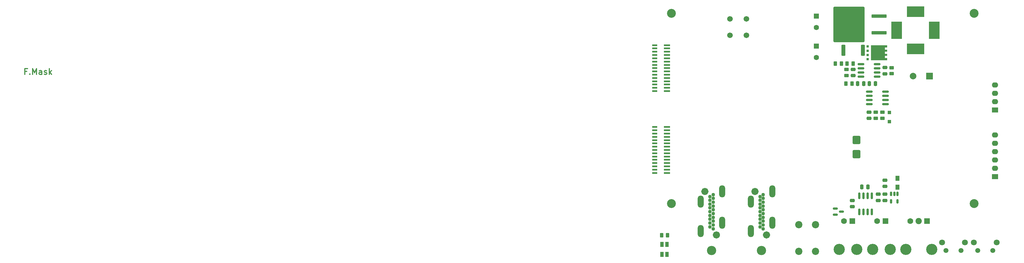
<source format=gbr>
%TF.GenerationSoftware,KiCad,Pcbnew,8.0.4-8.0.4-0~ubuntu22.04.1*%
%TF.CreationDate,2024-08-18T08:57:30-07:00*%
%TF.ProjectId,NX-J401-Adapter,4e582d4a-3430-4312-9d41-646170746572,3*%
%TF.SameCoordinates,Original*%
%TF.FileFunction,Soldermask,Top*%
%TF.FilePolarity,Negative*%
%FSLAX46Y46*%
G04 Gerber Fmt 4.6, Leading zero omitted, Abs format (unit mm)*
G04 Created by KiCad (PCBNEW 8.0.4-8.0.4-0~ubuntu22.04.1) date 2024-08-18 08:57:30*
%MOMM*%
%LPD*%
G01*
G04 APERTURE LIST*
G04 Aperture macros list*
%AMRoundRect*
0 Rectangle with rounded corners*
0 $1 Rounding radius*
0 $2 $3 $4 $5 $6 $7 $8 $9 X,Y pos of 4 corners*
0 Add a 4 corners polygon primitive as box body*
4,1,4,$2,$3,$4,$5,$6,$7,$8,$9,$2,$3,0*
0 Add four circle primitives for the rounded corners*
1,1,$1+$1,$2,$3*
1,1,$1+$1,$4,$5*
1,1,$1+$1,$6,$7*
1,1,$1+$1,$8,$9*
0 Add four rect primitives between the rounded corners*
20,1,$1+$1,$2,$3,$4,$5,0*
20,1,$1+$1,$4,$5,$6,$7,0*
20,1,$1+$1,$6,$7,$8,$9,0*
20,1,$1+$1,$8,$9,$2,$3,0*%
%AMFreePoly0*
4,1,18,2.145000,-2.250000,-2.145000,-2.250000,-2.805000,-2.250000,-2.805000,-1.590000,-2.145000,-1.590000,-2.145000,-0.970000,-2.805000,-0.970000,-2.805000,-0.310000,-2.145000,-0.310000,-2.145000,0.310000,-2.805000,0.310000,-2.805000,0.970000,-2.145000,0.970000,-2.145000,1.590000,-2.805000,1.590000,-2.805000,2.250000,2.145000,2.250000,2.145000,-2.250000,2.145000,-2.250000,$1*%
G04 Aperture macros list end*
%ADD10C,0.300000*%
%ADD11C,1.129000*%
%ADD12RoundRect,0.250000X2.050000X0.300000X-2.050000X0.300000X-2.050000X-0.300000X2.050000X-0.300000X0*%
%ADD13RoundRect,0.250002X4.449998X5.149998X-4.449998X5.149998X-4.449998X-5.149998X4.449998X-5.149998X0*%
%ADD14R,0.750000X0.660000*%
%ADD15FreePoly0,180.000000*%
%ADD16C,2.700000*%
%ADD17R,1.850000X0.600000*%
%ADD18R,1.650000X0.600000*%
%ADD19RoundRect,0.250000X-0.450000X0.262500X-0.450000X-0.262500X0.450000X-0.262500X0.450000X0.262500X0*%
%ADD20R,1.090000X1.500000*%
%ADD21R,1.600000X1.600000*%
%ADD22C,1.600000*%
%ADD23C,1.498600*%
%ADD24C,1.803400*%
%ADD25RoundRect,0.250000X-0.475000X0.250000X-0.475000X-0.250000X0.475000X-0.250000X0.475000X0.250000X0*%
%ADD26C,2.200000*%
%ADD27RoundRect,0.250000X0.450000X-0.262500X0.450000X0.262500X-0.450000X0.262500X-0.450000X-0.262500X0*%
%ADD28RoundRect,0.250000X0.262500X0.450000X-0.262500X0.450000X-0.262500X-0.450000X0.262500X-0.450000X0*%
%ADD29C,3.400000*%
%ADD30R,1.778000X1.778000*%
%ADD31C,1.905000*%
%ADD32C,1.778000*%
%ADD33RoundRect,0.250000X0.475000X-0.250000X0.475000X0.250000X-0.475000X0.250000X-0.475000X-0.250000X0*%
%ADD34RoundRect,0.150000X0.825000X0.150000X-0.825000X0.150000X-0.825000X-0.150000X0.825000X-0.150000X0*%
%ADD35RoundRect,0.250000X0.900000X-1.000000X0.900000X1.000000X-0.900000X1.000000X-0.900000X-1.000000X0*%
%ADD36RoundRect,0.250000X-0.262500X-0.450000X0.262500X-0.450000X0.262500X0.450000X-0.262500X0.450000X0*%
%ADD37R,2.000000X2.000000*%
%ADD38C,2.000000*%
%ADD39RoundRect,0.250000X0.300000X-0.300000X0.300000X0.300000X-0.300000X0.300000X-0.300000X-0.300000X0*%
%ADD40C,1.701800*%
%ADD41RoundRect,0.150000X-0.825000X-0.150000X0.825000X-0.150000X0.825000X0.150000X-0.825000X0.150000X0*%
%ADD42RoundRect,0.250000X-0.362500X-1.425000X0.362500X-1.425000X0.362500X1.425000X-0.362500X1.425000X0*%
%ADD43R,1.905000X1.600200*%
%ADD44O,1.905000X1.600200*%
%ADD45RoundRect,0.250000X0.250000X0.475000X-0.250000X0.475000X-0.250000X-0.475000X0.250000X-0.475000X0*%
%ADD46C,1.750000*%
%ADD47C,1.093000*%
%ADD48O,1.864000X3.664000*%
%ADD49C,2.829000*%
%ADD50R,1.200000X1.500000*%
%ADD51RoundRect,0.250000X-0.250000X-0.475000X0.250000X-0.475000X0.250000X0.475000X-0.250000X0.475000X0*%
%ADD52RoundRect,0.150000X-0.587500X-0.150000X0.587500X-0.150000X0.587500X0.150000X-0.587500X0.150000X0*%
%ADD53RoundRect,0.150000X-0.150000X0.512500X-0.150000X-0.512500X0.150000X-0.512500X0.150000X0.512500X0*%
%ADD54R,3.265000X5.210000*%
%ADD55R,5.210000X3.275000*%
%ADD56RoundRect,0.150000X-0.150000X0.825000X-0.150000X-0.825000X0.150000X-0.825000X0.150000X0.825000X0*%
G04 APERTURE END LIST*
D10*
X33217368Y-101705474D02*
X32624701Y-101705474D01*
X32624701Y-102636807D02*
X32624701Y-100858807D01*
X32624701Y-100858807D02*
X33471368Y-100858807D01*
X34148701Y-102467474D02*
X34233368Y-102552141D01*
X34233368Y-102552141D02*
X34148701Y-102636807D01*
X34148701Y-102636807D02*
X34064034Y-102552141D01*
X34064034Y-102552141D02*
X34148701Y-102467474D01*
X34148701Y-102467474D02*
X34148701Y-102636807D01*
X34995368Y-102636807D02*
X34995368Y-100858807D01*
X34995368Y-100858807D02*
X35588035Y-102128807D01*
X35588035Y-102128807D02*
X36180701Y-100858807D01*
X36180701Y-100858807D02*
X36180701Y-102636807D01*
X37789368Y-102636807D02*
X37789368Y-101705474D01*
X37789368Y-101705474D02*
X37704701Y-101536141D01*
X37704701Y-101536141D02*
X37535368Y-101451474D01*
X37535368Y-101451474D02*
X37196701Y-101451474D01*
X37196701Y-101451474D02*
X37027368Y-101536141D01*
X37789368Y-102552141D02*
X37620035Y-102636807D01*
X37620035Y-102636807D02*
X37196701Y-102636807D01*
X37196701Y-102636807D02*
X37027368Y-102552141D01*
X37027368Y-102552141D02*
X36942701Y-102382807D01*
X36942701Y-102382807D02*
X36942701Y-102213474D01*
X36942701Y-102213474D02*
X37027368Y-102044141D01*
X37027368Y-102044141D02*
X37196701Y-101959474D01*
X37196701Y-101959474D02*
X37620035Y-101959474D01*
X37620035Y-101959474D02*
X37789368Y-101874807D01*
X38551368Y-102552141D02*
X38720702Y-102636807D01*
X38720702Y-102636807D02*
X39059368Y-102636807D01*
X39059368Y-102636807D02*
X39228702Y-102552141D01*
X39228702Y-102552141D02*
X39313368Y-102382807D01*
X39313368Y-102382807D02*
X39313368Y-102298141D01*
X39313368Y-102298141D02*
X39228702Y-102128807D01*
X39228702Y-102128807D02*
X39059368Y-102044141D01*
X39059368Y-102044141D02*
X38805368Y-102044141D01*
X38805368Y-102044141D02*
X38636035Y-101959474D01*
X38636035Y-101959474D02*
X38551368Y-101790141D01*
X38551368Y-101790141D02*
X38551368Y-101705474D01*
X38551368Y-101705474D02*
X38636035Y-101536141D01*
X38636035Y-101536141D02*
X38805368Y-101451474D01*
X38805368Y-101451474D02*
X39059368Y-101451474D01*
X39059368Y-101451474D02*
X39228702Y-101536141D01*
X40075368Y-102636807D02*
X40075368Y-100858807D01*
X40244701Y-101959474D02*
X40752701Y-102636807D01*
X40752701Y-101451474D02*
X40075368Y-102128807D01*
D11*
%TO.C,J10*%
X239761500Y-138286400D02*
G75*
G02*
X238632500Y-138286400I-564500J0D01*
G01*
X238632500Y-138286400D02*
G75*
G02*
X239761500Y-138286400I564500J0D01*
G01*
X243261500Y-151536400D02*
G75*
G02*
X242132500Y-151536400I-564500J0D01*
G01*
X242132500Y-151536400D02*
G75*
G02*
X243261500Y-151536400I564500J0D01*
G01*
%TO.C,J11*%
X254976100Y-138286400D02*
G75*
G02*
X253847100Y-138286400I-564500J0D01*
G01*
X253847100Y-138286400D02*
G75*
G02*
X254976100Y-138286400I564500J0D01*
G01*
X258476100Y-151536400D02*
G75*
G02*
X257347100Y-151536400I-564500J0D01*
G01*
X257347100Y-151536400D02*
G75*
G02*
X258476100Y-151536400I564500J0D01*
G01*
%TD*%
D12*
%TO.C,D1*%
X292100000Y-89916000D03*
D13*
X282950000Y-87376000D03*
D12*
X292100000Y-84836000D03*
%TD*%
D14*
%TO.C,Q1*%
X288655000Y-94092000D03*
X288655000Y-95372000D03*
X288655000Y-96652000D03*
X288655000Y-97932000D03*
D15*
X291725000Y-96012000D03*
%TD*%
D16*
%TO.C,H1*%
X229000000Y-84000000D03*
%TD*%
D17*
%TO.C,J2*%
X227670000Y-107685500D03*
D18*
X223920000Y-107685500D03*
D17*
X227670000Y-106685500D03*
D18*
X223920000Y-106685500D03*
D17*
X227670000Y-105685500D03*
D18*
X223920000Y-105685500D03*
D17*
X227670000Y-104685500D03*
D18*
X223920000Y-104685500D03*
D17*
X227670000Y-103685500D03*
D18*
X223920000Y-103685500D03*
D17*
X227670000Y-102685500D03*
D18*
X223920000Y-102685500D03*
D17*
X227670000Y-101685500D03*
D18*
X223920000Y-101685500D03*
D17*
X227670000Y-100685500D03*
D18*
X223920000Y-100685500D03*
D17*
X227670000Y-99685500D03*
D18*
X223920000Y-99685500D03*
D17*
X227670000Y-98685500D03*
D18*
X223920000Y-98685500D03*
D17*
X227670000Y-97685500D03*
D18*
X223920000Y-97685500D03*
D17*
X227670000Y-96685500D03*
D18*
X223920000Y-96685500D03*
D17*
X227670000Y-95685500D03*
D18*
X223920000Y-95685500D03*
D17*
X227670000Y-94685500D03*
D18*
X223920000Y-94685500D03*
D17*
X227670000Y-93685500D03*
D18*
X223920000Y-93685500D03*
%TD*%
D19*
%TO.C,R8*%
X293116000Y-114149500D03*
X293116000Y-115974500D03*
%TD*%
D20*
%TO.C,D5*%
X227687000Y-154432000D03*
X227687000Y-157432000D03*
X226187000Y-154432000D03*
X226187000Y-157432000D03*
%TD*%
D21*
%TO.C,C2*%
X273050000Y-93980000D03*
D22*
X273050000Y-97480000D03*
%TD*%
D23*
%TO.C,SW2*%
X322108000Y-156285700D03*
X326608001Y-156285700D03*
D24*
X320858001Y-153785824D03*
X327858000Y-153785824D03*
%TD*%
D25*
%TO.C,C8*%
X289052000Y-114112000D03*
X289052000Y-116012000D03*
%TD*%
D21*
%TO.C,C1*%
X273050000Y-84785200D03*
D22*
X273050000Y-88285200D03*
%TD*%
D26*
%TO.C,J9*%
X267741400Y-148365600D03*
X267741400Y-156565600D03*
X272821400Y-148365600D03*
X272821400Y-156565600D03*
%TD*%
D27*
%TO.C,R5*%
X282168600Y-102918900D03*
X282168600Y-101093900D03*
%TD*%
D28*
%TO.C,R2*%
X280642700Y-99288600D03*
X278817700Y-99288600D03*
%TD*%
D29*
%TO.C,J8*%
X308105000Y-155960000D03*
X300225000Y-155960000D03*
D30*
X306705000Y-147320000D03*
D31*
X304165000Y-147320000D03*
D32*
X301625000Y-147320000D03*
%TD*%
D29*
%TO.C,J6*%
X295481200Y-155934600D03*
X290141200Y-155934600D03*
D30*
X294081200Y-147294600D03*
D32*
X291541200Y-147294600D03*
%TD*%
D33*
%TO.C,C12*%
X293878000Y-141031000D03*
X293878000Y-139131000D03*
%TD*%
D34*
%TO.C,Q2*%
X294067000Y-111633000D03*
X294067000Y-110363000D03*
X294067000Y-109093000D03*
X294067000Y-107823000D03*
X289117000Y-107823000D03*
X289117000Y-109093000D03*
X289117000Y-110363000D03*
X289117000Y-111633000D03*
%TD*%
D23*
%TO.C,SW1*%
X312456000Y-156285700D03*
X316956001Y-156285700D03*
D24*
X311206001Y-153785824D03*
X318206000Y-153785824D03*
%TD*%
D35*
%TO.C,D3*%
X285242000Y-126864000D03*
X285242000Y-122564000D03*
%TD*%
D27*
%TO.C,R4*%
X295910000Y-102385540D03*
X295910000Y-100560540D03*
%TD*%
D36*
%TO.C,R9*%
X226036500Y-151663400D03*
X227861500Y-151663400D03*
%TD*%
D16*
%TO.C,H3*%
X229000000Y-142000000D03*
%TD*%
D37*
%TO.C,C5*%
X307421677Y-103124000D03*
D38*
X302421677Y-103124000D03*
%TD*%
D39*
%TO.C,D2*%
X295275000Y-116970000D03*
X295275000Y-114170000D03*
%TD*%
D40*
%TO.C,J1*%
X246786400Y-90674200D03*
X251786400Y-90674200D03*
X246786400Y-85674200D03*
X251786400Y-85674200D03*
%TD*%
D41*
%TO.C,U1*%
X286577000Y-99441000D03*
X286577000Y-100711000D03*
X286577000Y-101981000D03*
X286577000Y-103251000D03*
X291527000Y-103251000D03*
X291527000Y-101981000D03*
X291527000Y-100711000D03*
X291527000Y-99441000D03*
%TD*%
D36*
%TO.C,R6*%
X282043500Y-105410000D03*
X283868500Y-105410000D03*
%TD*%
D42*
%TO.C,R1*%
X281263500Y-95250000D03*
X287188500Y-95250000D03*
%TD*%
D29*
%TO.C,J7*%
X285346600Y-155960000D03*
X280006600Y-155960000D03*
D30*
X283946600Y-147320000D03*
D32*
X281406600Y-147320000D03*
%TD*%
D43*
%TO.C,J5*%
X327304400Y-133756400D03*
D44*
X327304400Y-131216400D03*
X327304400Y-128676400D03*
X327304400Y-126136400D03*
X327304400Y-123596400D03*
X327304400Y-121056400D03*
%TD*%
D33*
%TO.C,C11*%
X291846000Y-141031000D03*
X291846000Y-139131000D03*
%TD*%
D36*
%TO.C,R3*%
X282375600Y-99288600D03*
X284200600Y-99288600D03*
%TD*%
D45*
%TO.C,C6*%
X287462000Y-105410000D03*
X285562000Y-105410000D03*
%TD*%
D17*
%TO.C,J4*%
X227670000Y-132628300D03*
D18*
X223920000Y-132628300D03*
D17*
X227670000Y-131628300D03*
D18*
X223920000Y-131628300D03*
D17*
X227670000Y-130628300D03*
D18*
X223920000Y-130628300D03*
D17*
X227670000Y-129628300D03*
D18*
X223920000Y-129628300D03*
D17*
X227670000Y-128628300D03*
D18*
X223920000Y-128628300D03*
D17*
X227670000Y-127628300D03*
D18*
X223920000Y-127628300D03*
D17*
X227670000Y-126628300D03*
D18*
X223920000Y-126628300D03*
D17*
X227670000Y-125628300D03*
D18*
X223920000Y-125628300D03*
D17*
X227670000Y-124628300D03*
D18*
X223920000Y-124628300D03*
D17*
X227670000Y-123628300D03*
D18*
X223920000Y-123628300D03*
D17*
X227670000Y-122628300D03*
D18*
X223920000Y-122628300D03*
D17*
X227670000Y-121628300D03*
D18*
X223920000Y-121628300D03*
D17*
X227670000Y-120628300D03*
D18*
X223920000Y-120628300D03*
D17*
X227670000Y-119628300D03*
D18*
X223920000Y-119628300D03*
D17*
X227670000Y-118628300D03*
D18*
X223920000Y-118628300D03*
%TD*%
D43*
%TO.C,J3*%
X327304400Y-113436400D03*
D44*
X327304400Y-110896400D03*
X327304400Y-108356400D03*
X327304400Y-105816400D03*
%TD*%
D16*
%TO.C,H2*%
X320999480Y-84000000D03*
%TD*%
D25*
%TO.C,C4*%
X284200600Y-101056400D03*
X284200600Y-102956400D03*
%TD*%
D33*
%TO.C,C13*%
X283972000Y-142936000D03*
X283972000Y-141036000D03*
%TD*%
D46*
%TO.C,J10*%
X239197000Y-138286400D03*
X242697000Y-151536400D03*
D47*
X241697000Y-149636400D03*
X240697000Y-149058900D03*
X241697000Y-148481400D03*
X240697000Y-147903900D03*
X241697000Y-147326400D03*
X240697000Y-146748900D03*
X241697000Y-146171400D03*
X240697000Y-145593900D03*
X241697000Y-145016400D03*
X240697000Y-144438900D03*
X241697000Y-143861400D03*
X240697000Y-143283900D03*
X241697000Y-142706400D03*
X240697000Y-142128900D03*
X241697000Y-141551400D03*
X240697000Y-140973900D03*
X241697000Y-140396400D03*
X240697000Y-139818900D03*
X241697000Y-139241400D03*
D48*
X237947000Y-141386400D03*
X237947000Y-150386400D03*
D49*
X241197000Y-156316400D03*
D48*
X244447000Y-138286400D03*
X244447000Y-147786400D03*
%TD*%
D50*
%TO.C,L2*%
X297688000Y-134286000D03*
X297688000Y-136986000D03*
%TD*%
D46*
%TO.C,J11*%
X254411600Y-138286400D03*
X257911600Y-151536400D03*
D47*
X256911600Y-149636400D03*
X255911600Y-149058900D03*
X256911600Y-148481400D03*
X255911600Y-147903900D03*
X256911600Y-147326400D03*
X255911600Y-146748900D03*
X256911600Y-146171400D03*
X255911600Y-145593900D03*
X256911600Y-145016400D03*
X255911600Y-144438900D03*
X256911600Y-143861400D03*
X255911600Y-143283900D03*
X256911600Y-142706400D03*
X255911600Y-142128900D03*
X256911600Y-141551400D03*
X255911600Y-140973900D03*
X256911600Y-140396400D03*
X255911600Y-139818900D03*
X256911600Y-139241400D03*
D48*
X253161600Y-141386400D03*
X253161600Y-150386400D03*
D49*
X256411600Y-156316400D03*
D48*
X259661600Y-138286400D03*
X259661600Y-147786400D03*
%TD*%
D51*
%TO.C,C7*%
X289118000Y-105410000D03*
X291018000Y-105410000D03*
%TD*%
D52*
%TO.C,D4*%
X278792700Y-143485700D03*
X278792700Y-145385700D03*
X280667700Y-144435700D03*
%TD*%
D27*
%TO.C,R7*%
X291084000Y-115974500D03*
X291084000Y-114149500D03*
%TD*%
D53*
%TO.C,U2*%
X297688000Y-139019700D03*
X296738000Y-139019700D03*
X295788000Y-139019700D03*
X295788000Y-141294700D03*
X297688000Y-141294700D03*
%TD*%
D54*
%TO.C,L1*%
X308887500Y-89154000D03*
X297422500Y-89154000D03*
D55*
X303155000Y-94831500D03*
X303155000Y-83476500D03*
%TD*%
D16*
%TO.C,H4*%
X320999480Y-142000000D03*
%TD*%
D25*
%TO.C,C3*%
X293878000Y-100523040D03*
X293878000Y-102423040D03*
%TD*%
%TO.C,C9*%
X293878000Y-134838400D03*
X293878000Y-136738400D03*
%TD*%
D51*
%TO.C,C10*%
X286832000Y-136906000D03*
X288732000Y-136906000D03*
%TD*%
D56*
%TO.C,U3*%
X289864800Y-139587200D03*
X288594800Y-139587200D03*
X287324800Y-139587200D03*
X286054800Y-139587200D03*
X286054800Y-144537200D03*
X287324800Y-144537200D03*
X288594800Y-144537200D03*
X289864800Y-144537200D03*
%TD*%
M02*

</source>
